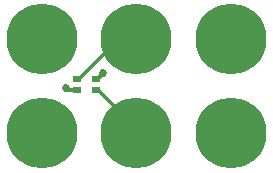
<source format=gtl>
%TF.GenerationSoftware,KiCad,Pcbnew,4.0.7-e2-6376~58~ubuntu16.04.1*%
%TF.CreationDate,2018-05-02T09:58:34-07:00*%
%TF.ProjectId,2x3-LED-RGB-A-SMT,3278332D4C45442D5247422D412D534D,1.0*%
%TF.FileFunction,Copper,L1,Top,Signal*%
%FSLAX46Y46*%
G04 Gerber Fmt 4.6, Leading zero omitted, Abs format (unit mm)*
G04 Created by KiCad (PCBNEW 4.0.7-e2-6376~58~ubuntu16.04.1) date Wed May  2 09:58:34 2018*
%MOMM*%
%LPD*%
G01*
G04 APERTURE LIST*
%ADD10C,0.350000*%
%ADD11C,6.000000*%
%ADD12R,0.800000X0.550000*%
%ADD13C,0.685800*%
%ADD14C,0.330200*%
%ADD15C,0.330200*%
%ADD16C,0.350000*%
G04 APERTURE END LIST*
D10*
D11*
X4955000Y-41910000D03*
X4955000Y-33910000D03*
X12955000Y-41910000D03*
D12*
X7955000Y-38210000D03*
X7955000Y-37310000D03*
X9555000Y-38210000D03*
X9555000Y-37310000D03*
D11*
X12955000Y-33910000D03*
X20955000Y-33910000D03*
X20955000Y-41910000D03*
D13*
X10160000Y-36830000D03*
X6985000Y-38100000D03*
D14*
X9555000Y-37310000D02*
X9680000Y-37310000D01*
X9680000Y-37310000D02*
X10160000Y-36830000D01*
X7955000Y-38210000D02*
X7095000Y-38210000D01*
X7095000Y-38210000D02*
X6985000Y-38100000D01*
X7955000Y-37310000D02*
X8080000Y-37310000D01*
X11480000Y-33910000D02*
X12955000Y-33910000D01*
X8080000Y-37310000D02*
X11480000Y-33910000D01*
X9555000Y-38210000D02*
X9680000Y-38210000D01*
X9680000Y-38210000D02*
X12955000Y-41485000D01*
X12955000Y-41485000D02*
X12955000Y-41910000D01*
D15*
X10160000Y-36830000D03*
X6985000Y-38100000D03*
D16*
X4955000Y-41910000D03*
X4955000Y-33910000D03*
X12955000Y-41910000D03*
X12955000Y-33910000D03*
X20955000Y-33910000D03*
X20955000Y-41910000D03*
M02*

</source>
